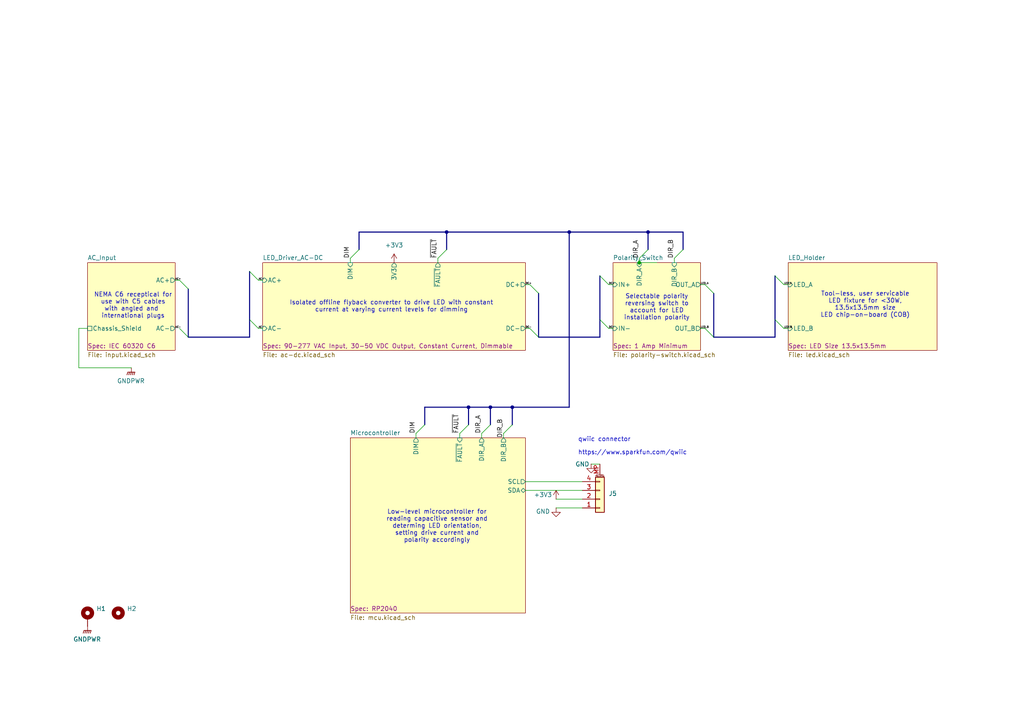
<source format=kicad_sch>
(kicad_sch (version 20250114) (generator "eeschema") (generator_version "9.0")
  (paper "A4")
  (title_block (title "Replacable LED COB Lamp") (date "2025-04-08") (rev "0") (company "WPI ECE2799 D25") (comment 1 "Raymond, Daniel") (comment 2 "Hogan, Rye") (comment 3 "Bryan, Tahje"))
  (lib_symbols
    (symbol "Connector_Generic_MountingPin:Conn_01x04_MountingPin" (pin_names (offset 1.016) (hide yes))
      (property "Reference" "J" (at 0 5.08 0))
      (property "Value" "Conn_01x04_MountingPin" (at 1.27 -7.62 0))
      (symbol "Conn_01x04_MountingPin_1_1"
        (rectangle (start -1.27 3.81) (end 1.27 -6.35) (stroke (width 0.254)) (fill (type background)))
        (rectangle (start -1.27 2.667) (end 0 2.413) (stroke (width 0.1524)))
        (rectangle (start -1.27 0.127) (end 0 -0.127) (stroke (width 0.1524)))
        (rectangle (start -1.27 -2.413) (end 0 -2.667) (stroke (width 0.1524)))
        (rectangle (start -1.27 -4.953) (end 0 -5.207) (stroke (width 0.1524)))
        (polyline (pts (xy -1.016 -7.112) (xy 1.016 -7.112)) (stroke (width 0.1524)))
        (text "Mounting" (at 0 -6.731 0) (effects (font (size 0.381 0.381))))
        (pin passive line (at -5.08 2.54 0) (length 3.81) (name "Pin_1") (number "1"))
        (pin passive line (at -5.08 0 0) (length 3.81) (name "Pin_2") (number "2"))
        (pin passive line (at -5.08 -2.54 0) (length 3.81) (name "Pin_3") (number "3"))
        (pin passive line (at -5.08 -5.08 0) (length 3.81) (name "Pin_4") (number "4"))
        (pin passive line (at 0 -10.16 90) (length 3.048) (name "MountPin") (number "MP"))
      )
    )
    (symbol "GND_1" (power) (pin_numbers (hide yes)) (pin_names (offset 0) (hide yes))
      (property "Value" "GND" (at 0 -3.81 0))
      (symbol "GND_1_0_1"
        (polyline (pts (xy 0 0) (xy 0 -1.27) (xy 1.27 -1.27) (xy 0 -2.54) (xy -1.27 -1.27) (xy 0 -1.27)))
      )
      (symbol "GND_1_1_1"
        (pin power_in line (at 0 0 270) (length 0) (name "~") (number "1"))
      )
    )
    (symbol "GND_2" (power) (pin_numbers (hide yes)) (pin_names (offset 0) (hide yes))
      (property "Value" "GND" (at 0 -3.81 0))
      (symbol "GND_2_0_1"
        (polyline (pts (xy 0 0) (xy 0 -1.27) (xy 1.27 -1.27) (xy 0 -2.54) (xy -1.27 -1.27) (xy 0 -1.27)))
      )
      (symbol "GND_2_1_1"
        (pin power_in line (at 0 0 270) (length 0) (name "~") (number "1"))
      )
    )
    (symbol "Mechanical:MountingHole" (pin_names (offset 1.016)) (exclude_from_sim yes) (in_bom no)
      (property "Reference" "H" (at 0 5.08 0))
      (property "Value" "MountingHole" (at 0 3.175 0))
      (symbol "MountingHole_0_1"
        (circle (center 0 0) (radius 1.27) (stroke (width 1.27)))
      )
    )
    (symbol "Mechanical:MountingHole_Pad" (pin_numbers (hide yes)) (pin_names (offset 1.016) (hide yes)) (exclude_from_sim yes) (in_bom no)
      (property "Reference" "H" (at 0 6.35 0))
      (property "Value" "MountingHole_Pad" (at 0 4.445 0))
      (symbol "MountingHole_Pad_0_1"
        (circle (center 0 1.27) (radius 1.27) (stroke (width 1.27)))
      )
      (symbol "MountingHole_Pad_1_1"
        (pin input line (at 0 -2.54 90) (length 2.54) (name "1") (number "1"))
      )
    )
    (symbol "power:+3V3" (power) (pin_numbers (hide yes)) (pin_names (offset 0) (hide yes))
      (property "Value" "+3V3" (at 0 3.556 0))
      (symbol "+3V3_0_1"
        (polyline (pts (xy -0.762 1.27) (xy 0 2.54)))
        (polyline (pts (xy 0 2.54) (xy 0.762 1.27)))
        (polyline (pts (xy 0 0) (xy 0 2.54)))
      )
      (symbol "+3V3_1_1"
        (pin power_in line (at 0 0 90) (length 0) (name "~") (number "1"))
      )
    )
    (symbol "power:GNDPWR" (power) (pin_numbers (hide yes)) (pin_names (offset 0) (hide yes))
      (property "Value" "GNDPWR" (at 0 -3.302 0))
      (symbol "GNDPWR_0_1"
        (polyline (pts (xy -1.016 -1.27) (xy -1.27 -2.032) (xy -1.27 -2.032)) (stroke (width 0.2032)))
        (polyline (pts (xy -0.508 -1.27) (xy -0.762 -2.032) (xy -0.762 -2.032)) (stroke (width 0.2032)))
        (polyline (pts (xy 0 -1.27) (xy 0 0)))
        (polyline (pts (xy 0 -1.27) (xy -0.254 -2.032) (xy -0.254 -2.032)) (stroke (width 0.2032)))
        (polyline (pts (xy 0.508 -1.27) (xy 0.254 -2.032) (xy 0.254 -2.032)) (stroke (width 0.2032)))
        (polyline (pts (xy 1.016 -1.27) (xy -1.016 -1.27) (xy -1.016 -1.27)) (stroke (width 0.2032)))
        (polyline (pts (xy 1.016 -1.27) (xy 0.762 -2.032) (xy 0.762 -2.032) (xy 0.762 -2.032)) (stroke (width 0.2032)))
      )
      (symbol "GNDPWR_1_1"
        (pin power_in line (at 0 0 270) (length 0) (name "~") (number "1"))
      )
    )
  )
  (text "https://www.sparkfun.com/qwiic" (at 167.64 132.08 0) (effects (font (size 1.27 1.27)) (justify left bottom)))
  (text "NEMA C6 receptical for\nuse with C5 cables\nwith angled and \ninternational plugs" (at 38.608 88.646 0) (effects (font (size 1.27 1.27))))
  (text "Isolated offline flyback converter to drive LED with constant\ncurrent at varying current levels for dimming" (at 113.538 88.9 0) (effects (font (size 1.27 1.27))))
  (text "Selectable polarity\nreversing switch to\naccount for LED\ninstallation polarity" (at 190.5 89.154 0) (effects (font (size 1.27 1.27))))
  (text "Tool-less, user servicable\nLED fixture for <30W,\n13.5x13.5mm size\nLED chip-on-board (COB)" (at 250.952 88.392 0) (effects (font (size 1.27 1.27))))
  (text "Low-level microcontroller for\nreading capacitive sensor and\ndeterming LED orientation,\nsetting drive current and\npolarity accordingly" (at 126.746 152.654 0) (effects (font (size 1.27 1.27))))
  (text "qwiic connector" (at 167.64 128.27 0) (effects (font (size 1.27 1.27)) (justify left bottom)))
  (junction (at 142.24 118.11))
  (junction (at 185.42 76.2))
  (junction (at 165.1 67.31))
  (junction (at 135.89 118.11))
  (junction (at 187.96 67.31))
  (junction (at 129.54 67.31))
  (junction (at 148.59 118.11))
  (bus_entry (at 101.6 74.93) (size 2.54 -2.54))
  (bus_entry (at 74.93 81.28) (size -2.54 -2.54))
  (bus_entry (at 52.07 81.28) (size 2.54 2.54))
  (bus_entry (at 153.67 95.25) (size 2.54 2.54))
  (bus_entry (at 127 74.93) (size 2.54 -2.54))
  (bus_entry (at 204.47 95.25) (size 2.54 2.54))
  (bus_entry (at 176.53 95.25) (size -2.54 -2.54))
  (bus_entry (at 139.7 125.73) (size 2.54 -2.54))
  (bus_entry (at 227.33 82.55) (size -2.54 -2.54))
  (bus_entry (at 146.05 125.73) (size 2.54 -2.54))
  (bus_entry (at 52.07 95.25) (size 2.54 2.54))
  (bus_entry (at 176.53 82.55) (size -2.54 -2.54))
  (bus_entry (at 195.58 74.93) (size 2.54 -2.54))
  (bus_entry (at 120.65 125.73) (size 2.54 -2.54))
  (bus_entry (at 185.42 74.93) (size 2.54 -2.54))
  (bus_entry (at 204.47 82.55) (size 2.54 2.54))
  (bus_entry (at 227.33 95.25) (size -2.54 -2.54))
  (bus_entry (at 153.67 82.55) (size 2.54 2.54))
  (bus_entry (at 74.93 95.25) (size -2.54 -2.54))
  (bus_entry (at 133.35 125.73) (size 2.54 -2.54))
  (bus (pts (xy 135.89 118.11) (xy 142.24 118.11)))
  (wire (pts (xy 38.1 106.68) (xy 22.86 106.68)))
  (wire (pts (xy 74.93 95.25) (xy 76.2 95.25)))
  (wire (pts (xy 176.53 95.25) (xy 177.8 95.25)))
  (bus (pts (xy 72.39 97.79) (xy 54.61 97.79)))
  (bus (pts (xy 156.21 97.79) (xy 173.99 97.79)))
  (bus (pts (xy 54.61 83.82) (xy 54.61 97.79)))
  (bus (pts (xy 198.12 72.39) (xy 198.12 67.31)))
  (bus (pts (xy 72.39 92.71) (xy 72.39 97.79)))
  (wire (pts (xy 153.67 82.55) (xy 152.4 82.55)))
  (wire (pts (xy 52.07 81.28) (xy 50.8 81.28)))
  (bus (pts (xy 207.01 97.79) (xy 224.79 97.79)))
  (wire (pts (xy 139.7 125.73) (xy 139.7 127)))
  (wire (pts (xy 204.47 95.25) (xy 203.2 95.25)))
  (bus (pts (xy 198.12 67.31) (xy 187.96 67.31)))
  (bus (pts (xy 104.14 72.39) (xy 104.14 67.31)))
  (wire (pts (xy 152.4 142.24) (xy 168.91 142.24)))
  (bus (pts (xy 104.14 67.31) (xy 129.54 67.31)))
  (wire (pts (xy 195.58 74.93) (xy 195.58 76.2)))
  (bus (pts (xy 224.79 92.71) (xy 224.79 97.79)))
  (wire (pts (xy 168.91 147.32) (xy 161.29 147.32)))
  (wire (pts (xy 74.93 81.28) (xy 76.2 81.28)))
  (bus (pts (xy 156.21 85.09) (xy 156.21 97.79)))
  (bus (pts (xy 142.24 118.11) (xy 142.24 123.19)))
  (wire (pts (xy 146.05 125.73) (xy 146.05 127)))
  (wire (pts (xy 120.65 125.73) (xy 120.65 127)))
  (bus (pts (xy 207.01 85.09) (xy 207.01 97.79)))
  (wire (pts (xy 185.42 76.2) (xy 190.5 76.2)))
  (bus (pts (xy 123.19 118.11) (xy 123.19 123.19)))
  (bus (pts (xy 187.96 67.31) (xy 187.96 72.39)))
  (wire (pts (xy 101.6 74.93) (xy 101.6 76.2)))
  (bus (pts (xy 129.54 67.31) (xy 165.1 67.31)))
  (bus (pts (xy 224.79 80.01) (xy 224.79 92.71)))
  (wire (pts (xy 204.47 82.55) (xy 203.2 82.55)))
  (wire (pts (xy 227.33 82.55) (xy 228.6 82.55)))
  (bus (pts (xy 142.24 118.11) (xy 148.59 118.11)))
  (wire (pts (xy 133.35 125.73) (xy 133.35 127)))
  (bus (pts (xy 148.59 118.11) (xy 148.59 123.19)))
  (wire (pts (xy 152.4 139.7) (xy 168.91 139.7)))
  (wire (pts (xy 227.33 95.25) (xy 228.6 95.25)))
  (bus (pts (xy 129.54 67.31) (xy 129.54 72.39)))
  (wire (pts (xy 127 74.93) (xy 127 76.2)))
  (wire (pts (xy 22.86 106.68) (xy 22.86 95.25)))
  (wire (pts (xy 173.99 134.62) (xy 171.45 134.62)))
  (bus (pts (xy 72.39 78.74) (xy 72.39 92.71)))
  (wire (pts (xy 22.86 95.25) (xy 25.4 95.25)))
  (wire (pts (xy 168.91 144.78) (xy 161.29 144.78)))
  (bus (pts (xy 165.1 67.31) (xy 165.1 118.11)))
  (wire (pts (xy 185.42 74.93) (xy 185.42 76.2)))
  (wire (pts (xy 153.67 95.25) (xy 152.4 95.25)))
  (bus (pts (xy 165.1 67.31) (xy 187.96 67.31)))
  (bus (pts (xy 123.19 118.11) (xy 135.89 118.11)))
  (bus (pts (xy 148.59 118.11) (xy 165.1 118.11)))
  (wire (pts (xy 176.53 82.55) (xy 177.8 82.55)))
  (bus (pts (xy 173.99 80.01) (xy 173.99 92.71)))
  (bus (pts (xy 135.89 118.11) (xy 135.89 123.19)))
  (bus (pts (xy 173.99 92.71) (xy 173.99 97.79)))
  (label "AC-" (at 50.8 95.25 0) (effects (font (size 0.508 0.508))))
  (label "LED_A" (at 203.2 82.55 0) (effects (font (size 0.508 0.508))))
  (label "AC-" (at 74.93 95.25 0) (effects (font (size 0.508 0.508))))
  (label "DC-" (at 176.53 95.25 0) (effects (font (size 0.508 0.508))))
  (label "LED_B" (at 227.33 95.25 0) (effects (font (size 0.508 0.508))))
  (label "DIR_B" (at 195.58 74.93 90))
  (label "DIR_A" (at 139.7 125.73 90))
  (label "LED_A" (at 227.33 82.55 0) (effects (font (size 0.508 0.508))))
  (label "DIM" (at 101.6 74.93 90))
  (label "DIM" (at 120.65 125.73 90))
  (label "DC+" (at 152.4 82.55 0) (effects (font (size 0.508 0.508))))
  (label "LED_B" (at 203.2 95.25 0) (effects (font (size 0.508 0.508))))
  (label "AC+" (at 50.8 81.28 0) (effects (font (size 0.508 0.508))))
  (label "DC-" (at 152.4 95.25 0) (effects (font (size 0.508 0.508))))
  (label "~{FAULT}" (at 133.35 125.73 90))
  (label "DIR_B" (at 146.05 127 90))
  (label "AC+" (at 74.93 81.28 0) (effects (font (size 0.508 0.508))))
  (label "~{FAULT}" (at 127 74.93 90))
  (label "DIR_A" (at 185.42 74.93 90))
  (label "DC+" (at 176.53 82.55 0) (effects (font (size 0.508 0.508))))
  (symbol (lib_id "power:+3V3") (at 114.3 76.2 0) (unit 1)
    (property "Reference" "#PWR01" (effects (hide yes)))
    (property "Value" "+3V3" (at 114.3 71.12 0))
    (property "Description" "Power symbol creates a global label with name \"+3V3\"" (effects (hide yes)))
  )
  (symbol (lib_id "Mechanical:MountingHole_Pad") (at 25.4 179.07 0) (unit 1) (exclude_from_sim yes) (in_bom no)
    (property "Reference" "H1" (at 27.94 176.5299 0) (effects (justify left)))
    (property "Value" "MountingHole_Pad" (effects (hide yes)))
    (property "Footprint" "MountingHole:MountingHole_3.2mm_M3_Pad" (effects (hide yes)))
    (property "Description" "Mounting Hole with connection" (effects (hide yes)))
  )
  (symbol (lib_id "power:GNDPWR") (at 38.1 106.68 0) (unit 1)
    (property "Reference" "#PWR04" (effects (hide yes)))
    (property "Value" "GNDPWR" (at 37.973 110.49 0))
    (property "Description" "Power symbol creates a global label with name \"GNDPWR\" , global ground" (effects (hide yes)))
  )
  (symbol (lib_id "Mechanical:MountingHole") (at 34.29 177.8 0) (unit 1) (exclude_from_sim yes) (in_bom no)
    (property "Reference" "H2" (at 36.83 176.5299 0) (effects (justify left)))
    (property "Value" "MountingHole" (effects (hide yes)))
    (property "Footprint" "MountingHole:MountingHole_3.2mm_M3" (effects (hide yes)))
    (property "Description" "Mounting Hole without connection" (effects (hide yes)))
  )
  (symbol (lib_id "power:+3V3") (at 161.29 144.78 0) (mirror y) (unit 1)
    (property "Reference" "#PWR027" (effects (hide yes)))
    (property "Value" "+3V3" (at 157.48 143.51 0))
    (property "Description" "Power symbol creates a global label with name \"+3V3\"" (effects (hide yes)))
  )
  (symbol (lib_id "Connector_Generic_MountingPin:Conn_01x04_MountingPin") (at 173.99 144.78 0) (mirror x) (unit 1)
    (property "Reference" "J5" (at 176.53 143.1543 0) (effects (justify left)))
    (property "Value" "Conn_01x04_MountingPin" (effects (hide yes)))
    (property "Footprint" "TRILL:qwiic_horizontal_SMD" (effects (hide yes)))
  )
  (symbol (lib_id "power:GNDPWR") (at 25.4 181.61 0) (unit 1)
    (property "Reference" "#PWR015" (effects (hide yes)))
    (property "Value" "GNDPWR" (at 25.273 185.42 0))
    (property "Description" "Power symbol creates a global label with name \"GNDPWR\" , global ground" (effects (hide yes)))
  )
  (symbol (lib_name "GND_2") (lib_id "power:GND") (at 171.45 134.62 0) (mirror y) (unit 1)
    (property "Reference" "#PWR024" (effects (hide yes)))
    (property "Value" "GND" (at 168.91 134.62 0))
    (property "Description" "Power symbol creates a global label with name \"GND\" , ground" (effects (hide yes)))
  )
  (symbol (lib_name "GND_1") (lib_id "power:GND") (at 161.29 147.32 0) (mirror y) (unit 1)
    (property "Reference" "#PWR056" (effects (hide yes)))
    (property "Value" "GND" (at 157.48 148.336 0))
    (property "Description" "Power symbol creates a global label with name \"GND\" , ground" (effects (hide yes)))
  )
  (sheet (at 177.8 76.2) (size 25.4 25.4) (stroke (width 0.1524)) (fill (color 255 255 194 1.0000))
    (property "Sheetname" "Polarity_Switch" (at 177.8 75.4884 0) (effects (justify left bottom)))
    (property "Sheetfile" "polarity-switch.kicad_sch" (at 177.8 102.1846 0) (effects (justify left top)))
    (property "Spec" "1 Amp Minimum" (at 177.8 101.092 0) (show_name yes) (effects (justify left bottom)))
    (pin "IN+" input (at 177.8 82.55 180))
    (pin "IN-" input (at 177.8 95.25 180))
    (pin "OUT_A" output (at 203.2 82.55 0))
    (pin "OUT_B" output (at 203.2 95.25 0))
    (pin "DIR_A" input (at 185.42 76.2 90))
    (pin "DIR_B" input (at 195.58 76.2 90))
  )
  (sheet (at 228.6 76.2) (size 43.18 25.4) (stroke (width 0.1524)) (fill (color 255 255 194 1.0000))
    (property "Sheetname" "LED_Holder" (at 228.6 75.4884 0) (effects (justify left bottom)))
    (property "Sheetfile" "led.kicad_sch" (at 228.6 102.1846 0) (effects (justify left top)))
    (property "Spec" "LED Size 13.5x13.5mm" (at 228.6 101.092 0) (show_name yes) (effects (justify left bottom)))
    (pin "LED_A" input (at 228.6 82.55 180))
    (pin "LED_B" input (at 228.6 95.25 180))
  )
  (sheet (at 76.2 76.2) (size 76.2 25.4) (stroke (width 0.1524)) (fill (color 255 255 194 1.0000))
    (property "Sheetname" "LED_Driver_AC-DC" (at 76.2 75.4884 0) (effects (justify left bottom)))
    (property "Sheetfile" "ac-dc.kicad_sch" (at 76.2 102.1846 0) (effects (justify left top)))
    (property "Spec" "90-277 VAC Input, 30-50 VDC Output, Constant Current, Dimmable" (at 76.2 101.092 0) (show_name yes) (effects (justify left bottom)))
    (pin "DC+" output (at 152.4 82.55 0))
    (pin "DC-" output (at 152.4 95.25 0))
    (pin "DIM" input (at 101.6 76.2 90))
    (pin "~{FAULT}" output (at 127 76.2 90))
    (pin "3V3" output (at 114.3 76.2 90))
    (pin "AC+" input (at 76.2 81.28 180))
    (pin "AC-" input (at 76.2 95.25 180))
  )
  (sheet (at 101.6 127) (size 50.8 50.8) (stroke (width 0.1524)) (fill (color 255 255 194 1.0000))
    (property "Sheetname" "Microcontroller" (at 101.6 126.2884 0) (effects (justify left bottom)))
    (property "Sheetfile" "mcu.kicad_sch" (at 101.6 178.3846 0) (effects (justify left top)))
    (property "Spec" "RP2040" (at 101.6 177.292 0) (show_name yes) (effects (justify left bottom)))
    (pin "DIM" output (at 120.65 127 90))
    (pin "~{FAULT}" input (at 133.35 127 90))
    (pin "DIR_A" output (at 139.7 127 90))
    (pin "DIR_B" output (at 146.05 127 90))
    (pin "SCL" output (at 152.4 139.7 0))
    (pin "SDA" bidirectional (at 152.4 142.24 0))
  )
  (sheet (at 25.4 76.2) (size 25.4 25.4) (stroke (width 0.1524)) (fill (color 255 255 194 1.0000))
    (property "Sheetname" "AC_Input" (at 25.4 75.4884 0) (effects (justify left bottom)))
    (property "Sheetfile" "input.kicad_sch" (at 25.4 102.1846 0) (effects (justify left top)))
    (property "Spec" "IEC 60320 C6" (at 25.4 101.092 0) (show_name yes) (effects (justify left bottom)))
    (pin "Chassis_Shield" passive (at 25.4 95.25 180))
    (pin "AC+" output (at 50.8 81.28 0))
    (pin "AC-" output (at 50.8 95.25 0))
  )
)
</source>
